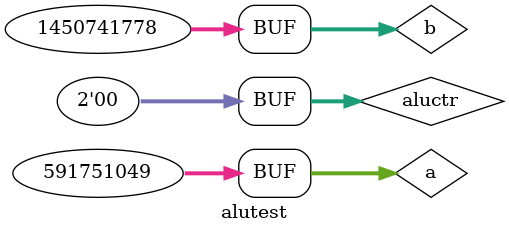
<source format=v>
module alutest;
  reg[31:0]a,b;
  reg[1:0]aluctr;
  wire[31:0]aluout;
  ALU a1(a,b,aluctr,aluout,zero);
  
  initial
  begin
    //a = 305419896
    //b = 1164413185
    a=32'h12345678;
    b=32'h45678901;
    //a-b = -858993289 --> CCCCCD77 correct
    aluctr=2'b01;
    
    #100
    //a = 591751049
    a=32'h23456789;
    //b = 1450741778
    b=32'h56789012;
    //a + b = 2042492827 --> correct
    aluctr=2'b00;
  end
endmodule


</source>
